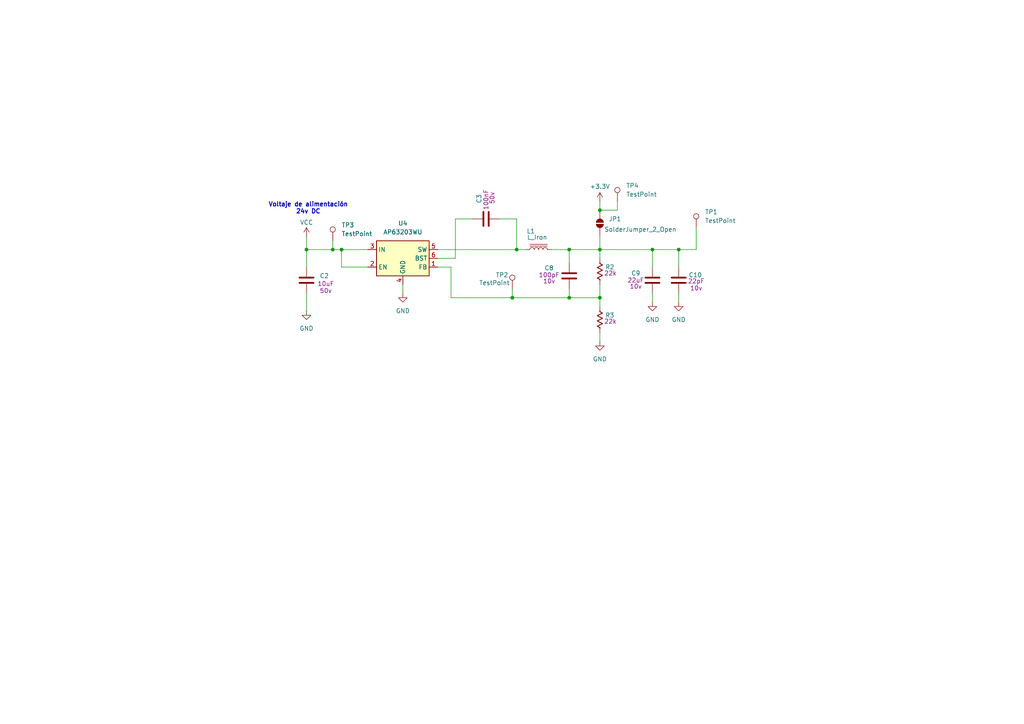
<source format=kicad_sch>
(kicad_sch (version 20250114) (generator "eeschema") (generator_version "9.0")
  (paper "A4")
  (lib_symbols
    (symbol "Connector:TestPoint" (pin_numbers (hide yes)) (pin_names (offset 0.762) (hide yes))
      (property "Reference" "TP" (at 0 6.858 0))
      (property "Value" "TestPoint" (at 0 5.08 0))
      (symbol "TestPoint_0_1"
        (circle (center 0 3.302) (radius 0.762))
      )
      (symbol "TestPoint_1_1"
        (pin passive line (at 0 0 90) (length 2.54) (name "1") (number "1"))
      )
    )
    (symbol "Device:L_Iron" (pin_numbers (hide yes)) (pin_names (offset 1.016) (hide yes))
      (property "Reference" "L" (at -1.27 0 90))
      (property "Value" "L_Iron" (at 2.794 0 90))
      (symbol "L_Iron_0_1"
        (arc (start 0 2.54) (mid 0.6323 1.905) (end 0 1.27))
        (arc (start 0 1.27) (mid 0.6323 0.635) (end 0 0))
        (arc (start 0 0) (mid 0.6323 -0.635) (end 0 -1.27))
        (arc (start 0 -1.27) (mid 0.6323 -1.905) (end 0 -2.54))
        (polyline (pts (xy 1.016 2.54) (xy 1.016 -2.54)))
        (polyline (pts (xy 1.524 -2.54) (xy 1.524 2.54)))
      )
      (symbol "L_Iron_1_1"
        (pin passive line (at 0 3.81 270) (length 1.27) (name "1") (number "1"))
        (pin passive line (at 0 -3.81 90) (length 1.27) (name "2") (number "2"))
      )
    )
    (symbol "Jumper:SolderJumper_2_Open" (pin_numbers (hide yes)) (pin_names (offset 0) (hide yes)) (in_bom no)
      (property "Reference" "JP" (at 0 2.032 0))
      (property "Value" "SolderJumper_2_Open" (at 0 -2.54 0))
      (symbol "SolderJumper_2_Open_0_1"
        (polyline (pts (xy -0.254 1.016) (xy -0.254 -1.016)))
        (arc (start -0.254 -1.016) (mid -1.2656 0) (end -0.254 1.016))
        (arc (start -0.254 -1.016) (mid -1.2656 0) (end -0.254 1.016) (fill (type outline)))
        (arc (start 0.254 1.016) (mid 1.2656 0) (end 0.254 -1.016))
        (arc (start 0.254 1.016) (mid 1.2656 0) (end 0.254 -1.016) (fill (type outline)))
        (polyline (pts (xy 0.254 1.016) (xy 0.254 -1.016)))
      )
      (symbol "SolderJumper_2_Open_1_1"
        (pin passive line (at -3.81 0 0) (length 2.54) (name "A") (number "1"))
        (pin passive line (at 3.81 0 180) (length 2.54) (name "B") (number "2"))
      )
    )
    (symbol "PCM_Capacitor_US_AKL:C_0603" (pin_numbers (hide yes)) (pin_names (offset 0.254))
      (property "Reference" "C" (at 0.635 2.54 0))
      (property "Value" "C_0603" (at 0.635 -2.54 0))
      (symbol "C_0603_0_1"
        (polyline (pts (xy -2.032 0.762) (xy 2.032 0.762)) (stroke (width 0.508)))
        (polyline (pts (xy -2.032 -0.762) (xy 2.032 -0.762)) (stroke (width 0.508)))
      )
      (symbol "C_0603_0_2"
        (polyline (pts (xy -2.54 -2.54) (xy -0.381 -0.381)))
        (polyline (pts (xy -0.508 -0.508) (xy -1.651 0.635)) (stroke (width 0.508)))
        (polyline (pts (xy -0.508 -0.508) (xy 0.635 -1.651)) (stroke (width 0.508)))
        (polyline (pts (xy 0.381 0.381) (xy 2.54 2.54)))
        (polyline (pts (xy 0.508 0.508) (xy -0.635 1.651)) (stroke (width 0.508)))
        (polyline (pts (xy 0.508 0.508) (xy 1.651 -0.635)) (stroke (width 0.508)))
      )
      (symbol "C_0603_1_1"
        (pin passive line (at 0 3.81 270) (length 2.794) (name "~") (number "1"))
        (pin passive line (at 0 -3.81 90) (length 2.794) (name "~") (number "2"))
      )
      (symbol "C_0603_1_2"
        (pin passive line (at -2.54 -2.54 90) (length 0) (name "~") (number "2"))
        (pin passive line (at 2.54 2.54 270) (length 0) (name "~") (number "1"))
      )
    )
    (symbol "PCM_Capacitor_US_AKL:C_1206" (pin_numbers (hide yes)) (pin_names (offset 0.254))
      (property "Reference" "C" (at 0.635 2.54 0))
      (property "Value" "C_1206" (at 0.635 -2.54 0))
      (symbol "C_1206_0_1"
        (polyline (pts (xy -2.032 0.762) (xy 2.032 0.762)) (stroke (width 0.508)))
        (polyline (pts (xy -2.032 -0.762) (xy 2.032 -0.762)) (stroke (width 0.508)))
      )
      (symbol "C_1206_0_2"
        (polyline (pts (xy -2.54 -2.54) (xy -0.381 -0.381)))
        (polyline (pts (xy -0.508 -0.508) (xy -1.651 0.635)) (stroke (width 0.508)))
        (polyline (pts (xy -0.508 -0.508) (xy 0.635 -1.651)) (stroke (width 0.508)))
        (polyline (pts (xy 0.381 0.381) (xy 2.54 2.54)))
        (polyline (pts (xy 0.508 0.508) (xy -0.635 1.651)) (stroke (width 0.508)))
        (polyline (pts (xy 0.508 0.508) (xy 1.651 -0.635)) (stroke (width 0.508)))
      )
      (symbol "C_1206_1_1"
        (pin passive line (at 0 3.81 270) (length 2.794) (name "~") (number "1"))
        (pin passive line (at 0 -3.81 90) (length 2.794) (name "~") (number "2"))
      )
      (symbol "C_1206_1_2"
        (pin passive line (at -2.54 -2.54 90) (length 0) (name "~") (number "2"))
        (pin passive line (at 2.54 2.54 270) (length 0) (name "~") (number "1"))
      )
    )
    (symbol "PCM_Resistor_US_AKL:R_0603" (pin_numbers (hide yes)) (pin_names (offset 0))
      (property "Reference" "R" (at 2.54 1.27 0))
      (property "Value" "R_0603" (at 2.54 -1.27 0))
      (symbol "R_0603_0_1"
        (polyline (pts (xy 0 2.286) (xy 0 2.54)) (stroke (width 0.254)))
        (polyline (pts (xy 0 2.286) (xy 0.762 1.905) (xy -0.762 1.143) (xy 0 0.762) (xy 0.762 0.381) (xy 0 0) (xy -0.762 -0.381) (xy 0 -0.762) (xy 0.762 -1.143) (xy 0 -1.524) (xy -0.762 -1.905) (xy 0 -2.286)) (stroke (width 0.254)))
        (polyline (pts (xy 0 -2.286) (xy 0 -2.54)) (stroke (width 0.254)))
      )
      (symbol "R_0603_0_2"
        (polyline (pts (xy -2.54 -2.54) (xy -1.778 -1.778)))
        (polyline (pts (xy -1.778 -1.778) (xy -1.524 -1.524)) (stroke (width 0.254)))
        (polyline (pts (xy -1.524 -1.524) (xy -1.778 -0.762) (xy -1.016 -1.016)) (stroke (width 0.254)))
        (polyline (pts (xy -0.508 -0.508) (xy -0.762 0.254) (xy 0 0)) (stroke (width 0.254)))
        (polyline (pts (xy -0.508 -0.508) (xy -0.254 -1.27) (xy -1.016 -1.016)) (stroke (width 0.254)))
        (polyline (pts (xy 0.508 0.508) (xy 0.254 1.27) (xy 1.016 1.016)) (stroke (width 0.254)))
        (polyline (pts (xy 0.508 0.508) (xy 0.762 -0.254) (xy 0 0)) (stroke (width 0.254)))
        (polyline (pts (xy 1.524 1.524) (xy 1.778 0.762) (xy 1.016 1.016)) (stroke (width 0.254)))
        (polyline (pts (xy 1.778 1.778) (xy 1.524 1.524)) (stroke (width 0.254)))
        (polyline (pts (xy 1.778 1.778) (xy 2.54 2.54)))
      )
      (symbol "R_0603_1_1"
        (pin passive line (at 0 3.81 270) (length 1.27) (name "~") (number "1"))
        (pin passive line (at 0 -3.81 90) (length 1.27) (name "~") (number "2"))
      )
      (symbol "R_0603_1_2"
        (pin passive line (at -2.54 -2.54 0) (length 0) (name "") (number "2"))
        (pin passive line (at 2.54 2.54 180) (length 0) (name "") (number "1"))
      )
    )
    (symbol "Regulator_Switching:AP63203WU"
      (property "Reference" "U" (at -7.62 6.35 0))
      (property "Value" "AP63203WU" (at 2.54 6.35 0))
      (symbol "AP63203WU_0_1"
        (rectangle (start -7.62 5.08) (end 7.62 -5.08) (stroke (width 0.254)) (fill (type background)))
      )
      (symbol "AP63203WU_1_1"
        (pin power_in line (at -10.16 2.54 0) (length 2.54) (name "IN") (number "3"))
        (pin input line (at -10.16 -2.54 0) (length 2.54) (name "EN") (number "2"))
        (pin power_in line (at 0 -7.62 90) (length 2.54) (name "GND") (number "4"))
        (pin output line (at 10.16 2.54 180) (length 2.54) (name "SW") (number "5"))
        (pin passive line (at 10.16 0 180) (length 2.54) (name "BST") (number "6"))
        (pin input line (at 10.16 -2.54 180) (length 2.54) (name "FB") (number "1"))
      )
    )
    (symbol "power:+3.3V" (power) (pin_numbers (hide yes)) (pin_names (offset 0) (hide yes))
      (property "Value" "+3.3V" (at 0 3.556 0))
      (symbol "+3.3V_0_1"
        (polyline (pts (xy -0.762 1.27) (xy 0 2.54)))
        (polyline (pts (xy 0 2.54) (xy 0.762 1.27)))
        (polyline (pts (xy 0 0) (xy 0 2.54)))
      )
      (symbol "+3.3V_1_1"
        (pin power_in line (at 0 0 90) (length 0) (name "~") (number "1"))
      )
    )
    (symbol "power:GND" (power) (pin_numbers (hide yes)) (pin_names (offset 0) (hide yes))
      (property "Value" "GND" (at 0 -3.81 0))
      (symbol "GND_0_1"
        (polyline (pts (xy 0 0) (xy 0 -1.27) (xy 1.27 -1.27) (xy 0 -2.54) (xy -1.27 -1.27) (xy 0 -1.27)))
      )
      (symbol "GND_1_1"
        (pin power_in line (at 0 0 270) (length 0) (name "~") (number "1"))
      )
    )
    (symbol "power:VCC" (power) (pin_numbers (hide yes)) (pin_names (offset 0) (hide yes))
      (property "Value" "VCC" (at 0 3.556 0))
      (symbol "VCC_0_1"
        (polyline (pts (xy -0.762 1.27) (xy 0 2.54)))
        (polyline (pts (xy 0 2.54) (xy 0.762 1.27)))
        (polyline (pts (xy 0 0) (xy 0 2.54)))
      )
      (symbol "VCC_1_1"
        (pin power_in line (at 0 0 90) (length 0) (name "~") (number "1"))
      )
    )
  )
  (text "Voltaje de alimentación\n24v DC" (at 89.408 60.452 0) (effects (font (size 1.27 1.27) (thickness 0.254) (bold yes))))
  (junction (at 173.99 72.39))
  (junction (at 88.9 72.39))
  (junction (at 99.06 72.39))
  (junction (at 173.99 60.96))
  (junction (at 148.59 86.36))
  (junction (at 196.85 72.39))
  (junction (at 96.52 72.39))
  (junction (at 149.86 72.39))
  (junction (at 165.1 72.39))
  (junction (at 165.1 86.36))
  (junction (at 189.23 72.39))
  (junction (at 173.99 86.36))
  (wire (pts (xy 173.99 72.39) (xy 173.99 74.93)))
  (wire (pts (xy 96.52 69.85) (xy 96.52 72.39)))
  (wire (pts (xy 99.06 72.39) (xy 106.68 72.39)))
  (wire (pts (xy 148.59 86.36) (xy 165.1 86.36)))
  (wire (pts (xy 148.59 83.82) (xy 148.59 86.36)))
  (wire (pts (xy 165.1 83.82) (xy 165.1 86.36)))
  (wire (pts (xy 189.23 85.09) (xy 189.23 87.63)))
  (wire (pts (xy 173.99 86.36) (xy 173.99 88.9)))
  (wire (pts (xy 201.93 72.39) (xy 196.85 72.39)))
  (wire (pts (xy 165.1 86.36) (xy 173.99 86.36)))
  (wire (pts (xy 196.85 85.09) (xy 196.85 87.63)))
  (wire (pts (xy 88.9 72.39) (xy 96.52 72.39)))
  (wire (pts (xy 160.02 72.39) (xy 165.1 72.39)))
  (wire (pts (xy 173.99 96.52) (xy 173.99 99.06)))
  (wire (pts (xy 173.99 82.55) (xy 173.99 86.36)))
  (wire (pts (xy 179.07 58.42) (xy 179.07 60.96)))
  (wire (pts (xy 189.23 72.39) (xy 189.23 77.47)))
  (wire (pts (xy 88.9 77.47) (xy 88.9 72.39)))
  (wire (pts (xy 196.85 72.39) (xy 196.85 77.47)))
  (wire (pts (xy 127 74.93) (xy 132.08 74.93)))
  (wire (pts (xy 88.9 68.58) (xy 88.9 72.39)))
  (wire (pts (xy 130.81 86.36) (xy 148.59 86.36)))
  (wire (pts (xy 127 72.39) (xy 149.86 72.39)))
  (wire (pts (xy 165.1 72.39) (xy 165.1 76.2)))
  (wire (pts (xy 88.9 85.09) (xy 88.9 90.17)))
  (wire (pts (xy 201.93 66.04) (xy 201.93 72.39)))
  (wire (pts (xy 179.07 60.96) (xy 173.99 60.96)))
  (wire (pts (xy 127 77.47) (xy 130.81 77.47)))
  (wire (pts (xy 173.99 72.39) (xy 189.23 72.39)))
  (wire (pts (xy 173.99 58.42) (xy 173.99 60.96)))
  (wire (pts (xy 149.86 72.39) (xy 152.4 72.39)))
  (wire (pts (xy 116.84 82.55) (xy 116.84 85.09)))
  (wire (pts (xy 96.52 72.39) (xy 99.06 72.39)))
  (wire (pts (xy 132.08 63.5) (xy 137.16 63.5)))
  (wire (pts (xy 130.81 77.47) (xy 130.81 86.36)))
  (wire (pts (xy 132.08 74.93) (xy 132.08 63.5)))
  (wire (pts (xy 99.06 77.47) (xy 99.06 72.39)))
  (wire (pts (xy 189.23 72.39) (xy 196.85 72.39)))
  (wire (pts (xy 106.68 77.47) (xy 99.06 77.47)))
  (wire (pts (xy 144.78 63.5) (xy 149.86 63.5)))
  (wire (pts (xy 173.99 68.58) (xy 173.99 72.39)))
  (wire (pts (xy 173.99 72.39) (xy 165.1 72.39)))
  (wire (pts (xy 149.86 63.5) (xy 149.86 72.39)))
  (symbol (lib_id "PCM_Resistor_US_AKL:R_0603") (at 173.99 78.74 0) (unit 1)
    (property "Reference" "R2" (at 175.514 77.4699 0) (effects (justify left)))
    (property "Value" "R_0603" (effects (hide yes)))
    (property "Footprint" "PCM_Resistor_SMD_AKL:R_0603_1608Metric" (effects (hide yes)))
    (property "Description" "SMD 0603 Chip Resistor, US Symbol, Alternate KiCad Library" (effects (hide yes)))
    (property "Voltaje" "22k" (at 177.038 79.248 0))
  )
  (symbol (lib_id "Connector:TestPoint") (at 96.52 69.85 0) (unit 1)
    (property "Reference" "TP3" (at 99.06 65.2779 0) (effects (justify left)))
    (property "Value" "TestPoint" (at 99.06 67.8179 0) (effects (justify left)))
    (property "Description" "test point" (effects (hide yes)))
  )
  (symbol (lib_id "PCM_Capacitor_US_AKL:C_1206") (at 88.9 81.28 0) (unit 1)
    (property "Reference" "C2" (at 92.71 80.0099 0) (effects (justify left)))
    (property "Value" "C_1206" (effects (hide yes)))
    (property "Footprint" "PCM_Capacitor_SMD_AKL:C_1206_3216Metric" (effects (hide yes)))
    (property "Description" "SMD 1206 MLCC capacitor, Alternate KiCad Library" (effects (hide yes)))
    (property "Capacidad" "10uF" (at 94.488 82.296 0))
    (property "Voltaje" "50v" (at 94.488 84.328 0))
  )
  (symbol (lib_id "Regulator_Switching:AP63203WU") (at 116.84 74.93 0) (unit 1)
    (property "Reference" "U4" (at 116.84 64.77 0))
    (property "Value" "AP63203WU" (at 116.84 67.31 0))
    (property "Footprint" "Package_TO_SOT_SMD:TSOT-23-6" (effects (hide yes)))
    (property "Datasheet" "https://www.diodes.com/assets/Datasheets/AP63200-AP63201-AP63203-AP63205.pdf" (effects (hide yes)))
    (property "Description" "2A, 1.1MHz Buck DC/DC Converter, fixed 3.3V output voltage, TSOT-23-6" (effects (hide yes)))
  )
  (symbol (lib_id "power:+3.3V") (at 173.99 58.42 0) (unit 1)
    (property "Reference" "#PWR020" (effects (hide yes)))
    (property "Value" "+3.3V" (at 173.99 54.102 0))
    (property "Description" "Power symbol creates a global label with name \"+3.3V\"" (effects (hide yes)))
  )
  (symbol (lib_id "PCM_Resistor_US_AKL:R_0603") (at 173.99 92.71 0) (unit 1)
    (property "Reference" "R3" (at 175.514 91.4399 0) (effects (justify left)))
    (property "Value" "R_0603" (effects (hide yes)))
    (property "Footprint" "PCM_Resistor_SMD_AKL:R_0603_1608Metric" (effects (hide yes)))
    (property "Description" "SMD 0603 Chip Resistor, US Symbol, Alternate KiCad Library" (effects (hide yes)))
    (property "Voltaje" "22k" (at 177.038 93.218 0))
  )
  (symbol (lib_id "Jumper:SolderJumper_2_Open") (at 173.99 64.77 90) (unit 1) (in_bom no)
    (property "Reference" "JP1" (at 176.53 63.4999 90) (effects (justify right)))
    (property "Value" "SolderJumper_2_Open" (at 175.26 66.548 90) (effects (justify right)))
    (property "Description" "Solder Jumper, 2-pole, open" (effects (hide yes)))
  )
  (symbol (lib_id "power:GND") (at 88.9 90.17 0) (unit 1)
    (property "Reference" "#PWR017" (effects (hide yes)))
    (property "Value" "GND" (at 88.9 95.25 0))
    (property "Description" "Power symbol creates a global label with name \"GND\" , ground" (effects (hide yes)))
  )
  (symbol (lib_id "power:VCC") (at 88.9 68.58 0) (unit 1)
    (property "Reference" "#PWR019" (effects (hide yes)))
    (property "Value" "VCC" (at 88.9 64.516 0))
    (property "Description" "Power symbol creates a global label with name \"VCC\"" (effects (hide yes)))
  )
  (symbol (lib_id "power:GND") (at 173.99 99.06 0) (unit 1)
    (property "Reference" "#PWR023" (effects (hide yes)))
    (property "Value" "GND" (at 173.99 104.14 0))
    (property "Description" "Power symbol creates a global label with name \"GND\" , ground" (effects (hide yes)))
  )
  (symbol (lib_id "PCM_Capacitor_US_AKL:C_0603") (at 165.1 80.01 180) (unit 1)
    (property "Reference" "C8" (at 159.258 77.724 0))
    (property "Value" "C_0603" (effects (hide yes)))
    (property "Footprint" "PCM_Capacitor_SMD_AKL:C_0603_1608Metric" (effects (hide yes)))
    (property "Description" "SMD 0603 MLCC capacitor, Alternate KiCad Library" (effects (hide yes)))
    (property "Capacidad" "100pF" (at 159.258 79.756 0))
    (property "Voltaje" "10v" (at 159.258 81.534 0))
  )
  (symbol (lib_id "Device:L_Iron") (at 156.21 72.39 90) (unit 1)
    (property "Reference" "L1" (at 155.194 67.056 90) (effects (justify left)))
    (property "Value" "L_Iron" (at 158.75 68.834 90) (effects (justify left)))
    (property "Footprint" "Inductor_SMD:L_Bourns-SRN6028" (effects (hide yes)))
    (property "Description" "Inductor with iron core" (effects (hide yes)))
  )
  (symbol (lib_id "power:GND") (at 189.23 87.63 0) (unit 1)
    (property "Reference" "#PWR021" (effects (hide yes)))
    (property "Value" "GND" (at 189.23 92.71 0))
    (property "Description" "Power symbol creates a global label with name \"GND\" , ground" (effects (hide yes)))
  )
  (symbol (lib_id "PCM_Capacitor_US_AKL:C_0603") (at 189.23 81.28 180) (unit 1)
    (property "Reference" "C9" (at 184.404 79.248 0))
    (property "Value" "C_0603" (effects (hide yes)))
    (property "Footprint" "PCM_Capacitor_SMD_AKL:C_0603_1608Metric" (effects (hide yes)))
    (property "Description" "SMD 0603 MLCC capacitor, Alternate KiCad Library" (effects (hide yes)))
    (property "Capacidad" "22uF" (at 184.404 81.28 0))
    (property "Voltaje" "10v" (at 184.404 83.058 0))
  )
  (symbol (lib_id "Connector:TestPoint") (at 148.59 83.82 0) (unit 1)
    (property "Reference" "TP2" (at 143.764 79.756 0) (effects (justify left)))
    (property "Value" "TestPoint" (at 138.938 82.042 0) (effects (justify left)))
    (property "Description" "test point" (effects (hide yes)))
  )
  (symbol (lib_id "Connector:TestPoint") (at 179.07 58.42 0) (unit 1)
    (property "Reference" "TP4" (at 181.61 53.8479 0) (effects (justify left)))
    (property "Value" "TestPoint" (at 181.61 56.3879 0) (effects (justify left)))
    (property "Description" "test point" (effects (hide yes)))
  )
  (symbol (lib_id "Connector:TestPoint") (at 201.93 66.04 0) (unit 1)
    (property "Reference" "TP1" (at 204.47 61.4679 0) (effects (justify left)))
    (property "Value" "TestPoint" (at 204.47 64.0079 0) (effects (justify left)))
    (property "Description" "test point" (effects (hide yes)))
  )
  (symbol (lib_id "PCM_Capacitor_US_AKL:C_0603") (at 140.97 63.5 270) (unit 1)
    (property "Reference" "C3" (at 138.938 57.658 0))
    (property "Value" "C_0603" (effects (hide yes)))
    (property "Footprint" "PCM_Capacitor_SMD_AKL:C_0603_1608Metric" (effects (hide yes)))
    (property "Description" "SMD 0603 MLCC capacitor, Alternate KiCad Library" (effects (hide yes)))
    (property "Capacidad" "100nF" (at 140.97 57.912 0))
    (property "voltaje" "50v" (at 142.748 57.404 0))
  )
  (symbol (lib_id "PCM_Capacitor_US_AKL:C_0603") (at 196.85 81.28 180) (unit 1)
    (property "Reference" "C10" (at 201.676 79.756 0))
    (property "Value" "C_0603" (effects (hide yes)))
    (property "Footprint" "PCM_Capacitor_SMD_AKL:C_0603_1608Metric" (effects (hide yes)))
    (property "Description" "SMD 0603 MLCC capacitor, Alternate KiCad Library" (effects (hide yes)))
    (property "Capacidad" "22pF" (at 201.93 81.534 0))
    (property "Voltaje" "10v" (at 201.93 83.566 0))
  )
  (symbol (lib_id "power:GND") (at 196.85 87.63 0) (unit 1)
    (property "Reference" "#PWR022" (effects (hide yes)))
    (property "Value" "GND" (at 196.85 92.71 0))
    (property "Description" "Power symbol creates a global label with name \"GND\" , ground" (effects (hide yes)))
  )
  (symbol (lib_id "power:GND") (at 116.84 85.09 0) (unit 1)
    (property "Reference" "#PWR018" (effects (hide yes)))
    (property "Value" "GND" (at 116.84 90.17 0))
    (property "Description" "Power symbol creates a global label with name \"GND\" , ground" (effects (hide yes)))
  )
)
</source>
